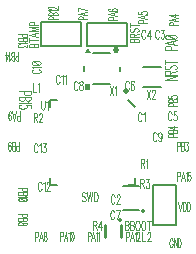
<source format=gto>
G04 DipTrace 2.4.0.2*
%INSTM32small.gto*%
%MOMM*%
%ADD10C,0.25*%
%ADD14C,0.114*%
%ADD18C,0.152*%
%ADD23O,0.308X0.357*%
%ADD38O,0.377X0.312*%
%ADD40O,0.507X0.436*%
%ADD50O,0.48X0.525*%
%ADD83C,0.118*%
%ADD85C,0.083*%
%FSLAX53Y53*%
G04*
G71*
G90*
G75*
G01*
%LNTopSilk*%
%LPD*%
X25529Y13487D2*
D18*
X23529D1*
Y16887D1*
X25529D1*
Y13487D1*
X21401Y30635D2*
X18001D1*
Y28635D1*
X21401D1*
Y30635D1*
X14067Y28644D2*
X17467D1*
Y30644D1*
X14067D1*
Y28644D1*
X22347Y14755D2*
X21047D1*
X22347Y16755D2*
X21047D1*
D23*
X22732Y14706D3*
X20870Y13452D2*
D10*
Y12452D1*
X19470Y13452D2*
Y12452D1*
D38*
X20792Y13923D3*
D40*
X21239Y24819D3*
X21467Y24113D2*
D18*
X22067Y23513D1*
Y17513D2*
Y16913D1*
X21467D1*
X14867Y17513D2*
Y16913D1*
X15467D1*
Y24113D2*
X14867D1*
Y23513D1*
D50*
X20427Y28316D3*
G36*
X18207Y24958D2*
X17772D1*
Y25388D1*
X18207D1*
Y24958D1*
G37*
G36*
X18312Y28088D2*
X18027Y28448D1*
X17766Y28088D1*
X17757D1*
D1*
X18312D1*
G37*
X19942Y25408D2*
D18*
X18452D1*
X17677Y26558D2*
Y26928D1*
X19952Y28058D2*
X18452D1*
X20752Y26908D2*
Y26558D1*
X24209Y25216D2*
X22674D1*
X24219Y26869D2*
X22674D1*
X21182Y13830D2*
D83*
Y13064D1*
X21379D1*
X21445Y13101D1*
X21466Y13137D1*
X21488Y13210D1*
Y13319D1*
X21466Y13392D1*
X21445Y13429D1*
X21379Y13465D1*
X21445Y13502D1*
X21466Y13538D1*
X21488Y13611D1*
Y13684D1*
X21466Y13756D1*
X21445Y13793D1*
X21379Y13830D1*
X21182D1*
Y13465D2*
X21379D1*
X21629Y13830D2*
Y13064D1*
X21826D1*
X21892Y13101D1*
X21914Y13137D1*
X21936Y13210D1*
Y13319D1*
X21914Y13392D1*
X21892Y13429D1*
X21826Y13465D1*
X21892Y13502D1*
X21914Y13538D1*
X21936Y13611D1*
Y13684D1*
X21914Y13756D1*
X21892Y13793D1*
X21826Y13830D1*
X21629D1*
Y13465D2*
X21826D1*
X22208Y13830D2*
X22164Y13793D1*
X22121Y13720D1*
X22098Y13648D1*
X22077Y13538D1*
Y13355D1*
X22098Y13247D1*
X22121Y13173D1*
X22164Y13101D1*
X22208Y13064D1*
X22296D1*
X22339Y13101D1*
X22383Y13173D1*
X22405Y13247D1*
X22426Y13355D1*
Y13538D1*
X22405Y13648D1*
X22383Y13720D1*
X22339Y13793D1*
X22296Y13830D1*
X22208D1*
X22699D2*
X22655Y13793D1*
X22612Y13720D1*
X22589Y13648D1*
X22568Y13538D1*
Y13355D1*
X22589Y13247D1*
X22612Y13173D1*
X22655Y13101D1*
X22699Y13064D1*
X22786D1*
X22830Y13101D1*
X22874Y13173D1*
X22896Y13247D1*
X22917Y13355D1*
Y13538D1*
X22896Y13648D1*
X22874Y13720D1*
X22830Y13793D1*
X22786Y13830D1*
X22699D1*
X23212D2*
Y13064D1*
X23059Y13830D2*
X23365D1*
X21590Y28950D2*
X22356D1*
Y29147D1*
X22319Y29213D1*
X22283Y29235D1*
X22210Y29256D1*
X22101D1*
X22027Y29235D1*
X21991Y29213D1*
X21955Y29147D1*
X21918Y29213D1*
X21882Y29235D1*
X21809Y29256D1*
X21736D1*
X21664Y29235D1*
X21627Y29213D1*
X21590Y29147D1*
Y28950D1*
X21955D2*
Y29147D1*
Y29398D2*
Y29594D1*
X21918Y29660D1*
X21882Y29682D1*
X21809Y29704D1*
X21736D1*
X21664Y29682D1*
X21627Y29660D1*
X21590Y29594D1*
Y29398D1*
X22356D1*
X21955Y29551D2*
X22356Y29704D1*
X21700Y30151D2*
X21627Y30108D1*
X21590Y30042D1*
Y29955D1*
X21627Y29889D1*
X21700Y29845D1*
X21772D1*
X21846Y29867D1*
X21882Y29889D1*
X21918Y29932D1*
X21991Y30064D1*
X22027Y30108D1*
X22065Y30130D1*
X22137Y30151D1*
X22246D1*
X22319Y30108D1*
X22356Y30042D1*
Y29955D1*
X22319Y29889D1*
X22246Y29845D1*
X21590Y30446D2*
X22356D1*
X21590Y30292D2*
Y30599D1*
X13079Y28529D2*
X13845D1*
Y28726D1*
X13808Y28792D1*
X13772Y28814D1*
X13699Y28835D1*
X13590D1*
X13517Y28814D1*
X13480Y28792D1*
X13444Y28726D1*
X13407Y28792D1*
X13371Y28814D1*
X13298Y28835D1*
X13225D1*
X13153Y28814D1*
X13116Y28792D1*
X13079Y28726D1*
Y28529D1*
X13444D2*
Y28726D1*
X13079Y29130D2*
X13845D1*
X13079Y28977D2*
Y29283D1*
X13845Y29774D2*
X13079Y29599D1*
X13845Y29424D1*
X13590Y29490D2*
Y29709D1*
X13845Y30265D2*
X13079D1*
X13845Y30090D1*
X13079Y29915D1*
X13845D1*
X13480Y30406D2*
Y30603D1*
X13444Y30669D1*
X13407Y30691D1*
X13335Y30713D1*
X13225D1*
X13153Y30691D1*
X13116Y30669D1*
X13079Y30603D1*
Y30406D1*
X13845D1*
X22606Y22859D2*
X22585Y22932D1*
X22541Y23005D1*
X22497Y23041D1*
X22410D1*
X22366Y23005D1*
X22322Y22932D1*
X22300Y22859D1*
X22278Y22750D1*
Y22567D1*
X22300Y22458D1*
X22322Y22385D1*
X22366Y22313D1*
X22410Y22275D1*
X22497D1*
X22541Y22313D1*
X22585Y22385D1*
X22606Y22458D1*
X22748Y22895D2*
X22792Y22932D1*
X22857Y23040D1*
Y22275D1*
X20310Y15894D2*
X20289Y15967D1*
X20245Y16040D1*
X20201Y16076D1*
X20114D1*
X20070Y16040D1*
X20026Y15967D1*
X20004Y15894D1*
X19982Y15785D1*
Y15602D1*
X20004Y15494D1*
X20026Y15420D1*
X20070Y15348D1*
X20114Y15311D1*
X20201D1*
X20245Y15348D1*
X20289Y15420D1*
X20310Y15494D1*
X20474Y15894D2*
Y15930D1*
X20495Y16003D1*
X20517Y16039D1*
X20561Y16076D1*
X20649D1*
X20692Y16039D1*
X20714Y16003D1*
X20736Y15930D1*
Y15857D1*
X20714Y15784D1*
X20670Y15675D1*
X20452Y15311D1*
X20758D1*
X24058Y29848D2*
X24037Y29920D1*
X23993Y29994D1*
X23949Y30030D1*
X23862D1*
X23818Y29994D1*
X23774Y29920D1*
X23752Y29848D1*
X23730Y29738D1*
Y29556D1*
X23752Y29447D1*
X23774Y29374D1*
X23818Y29301D1*
X23862Y29264D1*
X23949D1*
X23993Y29301D1*
X24037Y29374D1*
X24058Y29447D1*
X24243Y30029D2*
X24483D1*
X24353Y29738D1*
X24418D1*
X24462Y29701D1*
X24483Y29665D1*
X24506Y29556D1*
Y29483D1*
X24483Y29374D1*
X24440Y29300D1*
X24374Y29264D1*
X24309D1*
X24243Y29300D1*
X24222Y29338D1*
X24199Y29410D1*
X22911Y29840D2*
X22890Y29913D1*
X22846Y29986D1*
X22802Y30022D1*
X22715D1*
X22671Y29986D1*
X22627Y29913D1*
X22605Y29840D1*
X22583Y29731D1*
Y29548D1*
X22605Y29439D1*
X22627Y29366D1*
X22671Y29294D1*
X22715Y29257D1*
X22802D1*
X22846Y29294D1*
X22890Y29366D1*
X22911Y29439D1*
X23271Y29257D2*
Y30021D1*
X23053Y29512D1*
X23381D1*
X25138Y22925D2*
X25117Y22997D1*
X25073Y23071D1*
X25029Y23107D1*
X24942D1*
X24898Y23071D1*
X24854Y22997D1*
X24832Y22925D1*
X24810Y22816D1*
Y22633D1*
X24832Y22524D1*
X24854Y22451D1*
X24898Y22378D1*
X24942Y22341D1*
X25029D1*
X25073Y22378D1*
X25117Y22451D1*
X25138Y22524D1*
X25542Y23106D2*
X25323D1*
X25302Y22778D1*
X25323Y22815D1*
X25389Y22852D1*
X25454D1*
X25520Y22815D1*
X25564Y22742D1*
X25586Y22633D1*
Y22560D1*
X25564Y22451D1*
X25520Y22378D1*
X25454Y22341D1*
X25389D1*
X25323Y22378D1*
X25302Y22415D1*
X25279Y22487D1*
X21531Y25505D2*
X21510Y25577D1*
X21466Y25650D1*
X21422Y25687D1*
X21335D1*
X21291Y25650D1*
X21247Y25577D1*
X21225Y25505D1*
X21203Y25395D1*
Y25212D1*
X21225Y25104D1*
X21247Y25031D1*
X21291Y24958D1*
X21335Y24921D1*
X21422D1*
X21466Y24958D1*
X21510Y25031D1*
X21531Y25104D1*
X21935Y25577D2*
X21913Y25650D1*
X21847Y25686D1*
X21804D1*
X21738Y25650D1*
X21694Y25540D1*
X21672Y25358D1*
Y25176D1*
X21694Y25031D1*
X21738Y24957D1*
X21804Y24921D1*
X21826D1*
X21891Y24957D1*
X21935Y25031D1*
X21957Y25140D1*
Y25176D1*
X21935Y25286D1*
X21891Y25358D1*
X21826Y25394D1*
X21804D1*
X21738Y25358D1*
X21694Y25286D1*
X21672Y25176D1*
X20277Y14566D2*
X20255Y14639D1*
X20211Y14712D1*
X20168Y14748D1*
X20080D1*
X20037Y14712D1*
X19993Y14639D1*
X19971Y14566D1*
X19949Y14457D1*
Y14274D1*
X19971Y14165D1*
X19993Y14092D1*
X20037Y14020D1*
X20080Y13983D1*
X20168D1*
X20211Y14020D1*
X20255Y14092D1*
X20277Y14165D1*
X20506Y13983D2*
X20725Y14747D1*
X20418D1*
X17174Y25494D2*
X17152Y25566D1*
X17108Y25639D1*
X17064Y25676D1*
X16977D1*
X16933Y25639D1*
X16890Y25566D1*
X16867Y25494D1*
X16846Y25384D1*
Y25201D1*
X16867Y25093D1*
X16890Y25019D1*
X16933Y24947D1*
X16977Y24910D1*
X17064D1*
X17108Y24947D1*
X17152Y25019D1*
X17174Y25093D1*
X17424Y25675D2*
X17359Y25639D1*
X17337Y25566D1*
Y25493D1*
X17359Y25420D1*
X17402Y25383D1*
X17490Y25347D1*
X17555Y25311D1*
X17599Y25238D1*
X17621Y25165D1*
Y25056D1*
X17599Y24983D1*
X17577Y24946D1*
X17511Y24910D1*
X17424D1*
X17359Y24946D1*
X17337Y24983D1*
X17315Y25056D1*
Y25165D1*
X17337Y25238D1*
X17380Y25311D1*
X17446Y25347D1*
X17533Y25383D1*
X17577Y25420D1*
X17599Y25493D1*
Y25566D1*
X17577Y25639D1*
X17511Y25675D1*
X17424D1*
X23862Y21172D2*
X23841Y21244D1*
X23797Y21317D1*
X23753Y21354D1*
X23666D1*
X23622Y21317D1*
X23578Y21244D1*
X23556Y21172D1*
X23534Y21062D1*
Y20879D1*
X23556Y20771D1*
X23578Y20697D1*
X23622Y20625D1*
X23666Y20588D1*
X23753D1*
X23797Y20625D1*
X23841Y20697D1*
X23862Y20771D1*
X24288Y21098D2*
X24266Y20989D1*
X24222Y20916D1*
X24157Y20879D1*
X24135D1*
X24069Y20916D1*
X24026Y20989D1*
X24004Y21098D1*
Y21135D1*
X24026Y21244D1*
X24069Y21317D1*
X24135Y21353D1*
X24157D1*
X24222Y21317D1*
X24266Y21244D1*
X24288Y21098D1*
Y20916D1*
X24266Y20734D1*
X24222Y20624D1*
X24157Y20588D1*
X24113D1*
X24048Y20624D1*
X24026Y20697D1*
X13467Y26659D2*
X13394Y26638D1*
X13321Y26594D1*
X13285Y26550D1*
Y26463D1*
X13321Y26419D1*
X13394Y26375D1*
X13467Y26353D1*
X13576Y26331D1*
X13759D1*
X13868Y26353D1*
X13941Y26375D1*
X14013Y26419D1*
X14051Y26463D1*
Y26550D1*
X14013Y26594D1*
X13941Y26638D1*
X13868Y26659D1*
X13431Y26801D2*
X13394Y26845D1*
X13286Y26910D1*
X14051D1*
X13286Y27183D2*
X13322Y27117D1*
X13431Y27073D1*
X13613Y27051D1*
X13723D1*
X13905Y27073D1*
X14014Y27117D1*
X14051Y27183D1*
Y27226D1*
X14014Y27292D1*
X13905Y27335D1*
X13723Y27358D1*
X13613D1*
X13431Y27335D1*
X13322Y27292D1*
X13286Y27226D1*
Y27183D1*
X13431Y27335D2*
X13905Y27073D1*
X15654Y26042D2*
X15632Y26114D1*
X15588Y26187D1*
X15545Y26223D1*
X15457D1*
X15413Y26187D1*
X15370Y26114D1*
X15348Y26042D1*
X15326Y25932D1*
Y25749D1*
X15348Y25641D1*
X15370Y25567D1*
X15413Y25495D1*
X15457Y25458D1*
X15545D1*
X15588Y25495D1*
X15632Y25567D1*
X15654Y25641D1*
X15795Y26077D2*
X15839Y26114D1*
X15905Y26223D1*
Y25458D1*
X16046Y26077D2*
X16090Y26114D1*
X16155Y26223D1*
Y25458D1*
X14139Y16973D2*
X14117Y17045D1*
X14073Y17118D1*
X14030Y17154D1*
X13942D1*
X13898Y17118D1*
X13855Y17045D1*
X13833Y16973D1*
X13811Y16863D1*
Y16680D1*
X13833Y16572D1*
X13855Y16498D1*
X13898Y16426D1*
X13942Y16389D1*
X14030D1*
X14073Y16426D1*
X14117Y16498D1*
X14139Y16572D1*
X14280Y17008D2*
X14324Y17045D1*
X14390Y17154D1*
Y16389D1*
X14553Y16972D2*
Y17008D1*
X14575Y17081D1*
X14597Y17117D1*
X14641Y17154D1*
X14728D1*
X14772Y17117D1*
X14793Y17081D1*
X14816Y17008D1*
Y16935D1*
X14793Y16862D1*
X14750Y16754D1*
X14531Y16389D1*
X14837D1*
X13802Y20219D2*
X13780Y20291D1*
X13736Y20365D1*
X13692Y20401D1*
X13605D1*
X13561Y20365D1*
X13518Y20291D1*
X13495Y20219D1*
X13474Y20109D1*
Y19927D1*
X13495Y19818D1*
X13518Y19745D1*
X13561Y19672D1*
X13605Y19635D1*
X13692D1*
X13736Y19672D1*
X13780Y19745D1*
X13802Y19818D1*
X13943Y20254D2*
X13987Y20291D1*
X14052Y20400D1*
Y19635D1*
X14238Y20400D2*
X14478D1*
X14347Y20108D1*
X14412D1*
X14456Y20072D1*
X14478Y20036D1*
X14500Y19927D1*
Y19854D1*
X14478Y19745D1*
X14434Y19671D1*
X14368Y19635D1*
X14303D1*
X14238Y19671D1*
X14216Y19708D1*
X14194Y19781D1*
X13435Y25551D2*
Y24785D1*
X13697D1*
X13839Y25404D2*
X13883Y25441D1*
X13948Y25550D1*
Y24785D1*
X22655Y12905D2*
Y12140D1*
X22917D1*
X23080Y12723D2*
Y12759D1*
X23102Y12832D1*
X23124Y12868D1*
X23168Y12904D1*
X23255D1*
X23299Y12868D1*
X23320Y12832D1*
X23343Y12759D1*
Y12686D1*
X23320Y12613D1*
X23277Y12504D1*
X23058Y12140D1*
X23364D1*
X22528Y18715D2*
X22725D1*
X22790Y18752D1*
X22813Y18788D1*
X22834Y18861D1*
Y18934D1*
X22813Y19007D1*
X22790Y19044D1*
X22725Y19080D1*
X22528D1*
Y18314D1*
X22681Y18715D2*
X22834Y18314D1*
X22975Y18933D2*
X23019Y18970D1*
X23085Y19079D1*
Y18314D1*
X13450Y22599D2*
X13647D1*
X13713Y22636D1*
X13735Y22672D1*
X13757Y22745D1*
Y22818D1*
X13735Y22891D1*
X13713Y22928D1*
X13647Y22964D1*
X13450D1*
Y22198D1*
X13603Y22599D2*
X13757Y22198D1*
X13920Y22781D2*
Y22817D1*
X13942Y22891D1*
X13963Y22927D1*
X14007Y22963D1*
X14095D1*
X14138Y22927D1*
X14160Y22891D1*
X14182Y22817D1*
Y22745D1*
X14160Y22672D1*
X14117Y22563D1*
X13898Y22198D1*
X14204D1*
X22493Y17022D2*
X22690D1*
X22755Y17059D1*
X22778Y17095D1*
X22799Y17167D1*
Y17241D1*
X22778Y17313D1*
X22755Y17350D1*
X22690Y17386D1*
X22493D1*
Y16621D1*
X22646Y17022D2*
X22799Y16621D1*
X22984Y17385D2*
X23224D1*
X23094Y17094D1*
X23159D1*
X23203Y17058D1*
X23224Y17022D1*
X23247Y16912D1*
Y16840D1*
X23224Y16730D1*
X23181Y16657D1*
X23115Y16621D1*
X23050D1*
X22984Y16657D1*
X22963Y16694D1*
X22940Y16766D1*
X18485Y13481D2*
X18681D1*
X18747Y13518D1*
X18769Y13554D1*
X18791Y13627D1*
Y13700D1*
X18769Y13772D1*
X18747Y13810D1*
X18681Y13846D1*
X18485D1*
Y13080D1*
X18638Y13481D2*
X18791Y13080D1*
X19151D2*
Y13845D1*
X18932Y13335D1*
X19260D1*
X17849Y16167D2*
X17806Y16240D1*
X17740Y16276D1*
X17653D1*
X17587Y16240D1*
X17543Y16167D1*
Y16095D1*
X17565Y16021D1*
X17587Y15985D1*
X17631Y15949D1*
X17762Y15876D1*
X17806Y15839D1*
X17828Y15802D1*
X17849Y15730D1*
Y15620D1*
X17806Y15548D1*
X17740Y15511D1*
X17653D1*
X17587Y15548D1*
X17543Y15620D1*
X17991Y16276D2*
X18100Y15511D1*
X18209Y16276D1*
X18319Y15511D1*
X18428Y16276D1*
X18569D2*
Y15511D1*
X18723D1*
X18788Y15548D1*
X18832Y15620D1*
X18854Y15694D1*
X18876Y15802D1*
Y15985D1*
X18854Y16095D1*
X18832Y16167D1*
X18788Y16240D1*
X18723Y16276D1*
X18569D1*
X14082Y24025D2*
Y23478D1*
X14104Y23369D1*
X14148Y23296D1*
X14213Y23259D1*
X14257D1*
X14323Y23296D1*
X14367Y23369D1*
X14388Y23478D1*
Y24025D1*
X14529Y23878D2*
X14573Y23915D1*
X14639Y24024D1*
Y23259D1*
X19883Y25255D2*
X20190Y24489D1*
Y25255D2*
X19883Y24489D1*
X20331Y25108D2*
X20375Y25145D1*
X20441Y25254D1*
Y24489D1*
X23016Y24953D2*
X23322Y24188D1*
Y24953D2*
X23016Y24188D1*
X23486Y24771D2*
Y24807D1*
X23507Y24880D1*
X23529Y24916D1*
X23573Y24952D1*
X23660D1*
X23704Y24916D1*
X23726Y24880D1*
X23748Y24807D1*
Y24734D1*
X23726Y24661D1*
X23682Y24552D1*
X23463Y24188D1*
X23770D1*
X25711Y15436D2*
D85*
X25857Y14671D1*
X26003Y15436D1*
X26086D2*
Y14671D1*
X26214D1*
X26268Y14708D1*
X26305Y14780D1*
X26323Y14853D1*
X26341Y14962D1*
Y15145D1*
X26323Y15254D1*
X26305Y15327D1*
X26268Y15400D1*
X26214Y15436D1*
X26086D1*
X26425D2*
Y14671D1*
X26552D1*
X26607Y14708D1*
X26644Y14780D1*
X26662Y14853D1*
X26680Y14962D1*
Y15145D1*
X26662Y15254D1*
X26644Y15327D1*
X26607Y15400D1*
X26552Y15436D1*
X26425D1*
X25225Y12175D2*
X25207Y12247D1*
X25170Y12321D1*
X25134Y12357D1*
X25061D1*
X25024Y12321D1*
X24988Y12247D1*
X24970Y12175D1*
X24952Y12066D1*
Y11883D1*
X24970Y11774D1*
X24988Y11701D1*
X25024Y11628D1*
X25061Y11591D1*
X25134D1*
X25170Y11628D1*
X25207Y11701D1*
X25225Y11774D1*
Y11883D1*
X25134D1*
X25564Y12357D2*
Y11591D1*
X25308Y12357D1*
Y11591D1*
X25647Y12357D2*
Y11591D1*
X25774D1*
X25829Y11628D1*
X25866Y11701D1*
X25884Y11774D1*
X25902Y11883D1*
Y12066D1*
X25884Y12175D1*
X25866Y12247D1*
X25829Y12321D1*
X25774Y12357D1*
X25647D1*
X25601Y17601D2*
X25765D1*
X25820Y17637D1*
X25838Y17674D1*
X25856Y17747D1*
Y17856D1*
X25838Y17929D1*
X25820Y17966D1*
X25765Y18002D1*
X25601D1*
Y17236D1*
X26231D2*
X26085Y18002D1*
X25940Y17236D1*
X25994Y17492D2*
X26177D1*
X26315Y17856D2*
X26351Y17893D1*
X26406Y18001D1*
Y17236D1*
X26708Y18001D2*
X26526D1*
X26508Y17674D1*
X26526Y17710D1*
X26581Y17747D1*
X26635D1*
X26690Y17710D1*
X26727Y17637D1*
X26745Y17528D1*
Y17455D1*
X26727Y17346D1*
X26690Y17273D1*
X26635Y17236D1*
X26581D1*
X26526Y17273D1*
X26508Y17310D1*
X26490Y17382D1*
X25598Y20139D2*
X25762D1*
X25816Y20176D1*
X25835Y20213D1*
X25853Y20285D1*
Y20395D1*
X25835Y20467D1*
X25816Y20504D1*
X25762Y20540D1*
X25598D1*
Y19775D1*
X25936Y20540D2*
Y19775D1*
X26101D1*
X26155Y19812D1*
X26174Y19848D1*
X26192Y19920D1*
Y20030D1*
X26174Y20103D1*
X26155Y20139D1*
X26101Y20176D1*
X26155Y20213D1*
X26174Y20249D1*
X26192Y20321D1*
Y20395D1*
X26174Y20467D1*
X26155Y20504D1*
X26101Y20540D1*
X25936D1*
Y20176D2*
X26101D1*
X26312Y20540D2*
X26512D1*
X26403Y20248D1*
X26457D1*
X26494Y20212D1*
X26512Y20176D1*
X26530Y20066D1*
Y19994D1*
X26512Y19884D1*
X26475Y19811D1*
X26421Y19775D1*
X26366D1*
X26312Y19811D1*
X26294Y19848D1*
X26275Y19920D1*
X25255Y20956D2*
Y21120D1*
X25219Y21174D1*
X25182Y21193D1*
X25109Y21211D1*
X25000D1*
X24927Y21193D1*
X24890Y21174D1*
X24854Y21120D1*
Y20956D1*
X25620D1*
X24854Y21294D2*
X25620D1*
Y21459D1*
X25583Y21513D1*
X25547Y21532D1*
X25474Y21550D1*
X25365D1*
X25291Y21532D1*
X25255Y21513D1*
X25219Y21459D1*
X25182Y21513D1*
X25146Y21532D1*
X25073Y21550D1*
X25000D1*
X24927Y21532D1*
X24890Y21513D1*
X24854Y21459D1*
Y21294D1*
X25219D2*
Y21459D1*
X25620Y21815D2*
X24855D1*
X25365Y21633D1*
Y21906D1*
X25267Y23552D2*
Y23716D1*
X25231Y23770D1*
X25194Y23789D1*
X25121Y23807D1*
X25012D1*
X24939Y23789D1*
X24902Y23770D1*
X24866Y23716D1*
Y23552D1*
X25632D1*
X24866Y23890D2*
X25632D1*
Y24055D1*
X25595Y24109D1*
X25559Y24127D1*
X25486Y24146D1*
X25377D1*
X25303Y24127D1*
X25267Y24109D1*
X25231Y24055D1*
X25194Y24109D1*
X25158Y24127D1*
X25085Y24146D1*
X25012D1*
X24939Y24127D1*
X24902Y24109D1*
X24866Y24055D1*
Y23890D1*
X25231D2*
Y24055D1*
X24867Y24447D2*
Y24266D1*
X25195Y24247D1*
X25158Y24266D1*
X25121Y24320D1*
Y24375D1*
X25158Y24429D1*
X25231Y24466D1*
X25340Y24484D1*
X25413D1*
X25522Y24466D1*
X25596Y24429D1*
X25632Y24375D1*
Y24320D1*
X25596Y24266D1*
X25559Y24247D1*
X25486Y24229D1*
X24548Y26108D2*
D14*
X25569D1*
X24548Y25768D1*
X25569D1*
X25034Y26219D2*
Y26437D1*
X24985Y26510D1*
X24937Y26535D1*
X24840Y26559D1*
X24742D1*
X24646Y26535D1*
X24596Y26510D1*
X24548Y26437D1*
Y26219D1*
X25569D1*
X25034Y26389D2*
X25569Y26559D1*
X24694Y27011D2*
X24596Y26962D1*
X24548Y26889D1*
Y26792D1*
X24596Y26719D1*
X24694Y26670D1*
X24791D1*
X24888Y26695D1*
X24937Y26719D1*
X24985Y26768D1*
X25083Y26914D1*
X25131Y26962D1*
X25180Y26987D1*
X25277Y27011D1*
X25423D1*
X25520Y26962D1*
X25569Y26889D1*
Y26792D1*
X25520Y26719D1*
X25423Y26670D1*
X24548Y27292D2*
X25569D1*
X24548Y27122D2*
Y27462D1*
X25095Y28296D2*
Y28515D1*
X25046Y28587D1*
X24997Y28612D1*
X24900Y28636D1*
X24754D1*
X24658Y28612D1*
X24608Y28587D1*
X24560Y28515D1*
Y28296D1*
X25581D1*
Y29136D2*
X24560Y28941D1*
X25581Y28747D1*
X25241Y28820D2*
Y29063D1*
X24561Y29393D2*
X24610Y29320D1*
X24756Y29271D1*
X24998Y29247D1*
X25144D1*
X25387Y29271D1*
X25533Y29320D1*
X25581Y29393D1*
Y29442D1*
X25533Y29515D1*
X25387Y29563D1*
X25144Y29588D1*
X24998D1*
X24756Y29563D1*
X24610Y29515D1*
X24561Y29442D1*
Y29393D1*
X24756Y29563D2*
X25387Y29271D1*
X25289Y30385D2*
D85*
Y30550D1*
X25253Y30604D1*
X25216Y30623D1*
X25144Y30641D1*
X25034D1*
X24962Y30623D1*
X24925Y30604D1*
X24889Y30550D1*
Y30385D1*
X25654D1*
Y31016D2*
X24889Y30870D1*
X25654Y30724D1*
X25399Y30779D2*
Y30961D1*
X25654Y31282D2*
X24889D1*
X25399Y31099D1*
Y31373D1*
X22727Y30630D2*
Y30795D1*
X22691Y30849D1*
X22653Y30868D1*
X22581Y30886D1*
X22472D1*
X22399Y30868D1*
X22362Y30849D1*
X22326Y30795D1*
Y30630D1*
X23091D1*
Y31261D2*
X22326Y31115D1*
X23091Y30969D1*
X22836Y31024D2*
Y31206D1*
X22327Y31563D2*
Y31381D1*
X22654Y31363D1*
X22618Y31381D1*
X22581Y31436D1*
Y31490D1*
X22618Y31545D1*
X22691Y31581D1*
X22800Y31599D1*
X22872D1*
X22982Y31581D1*
X23055Y31545D1*
X23091Y31490D1*
Y31436D1*
X23055Y31381D1*
X23018Y31363D1*
X22946Y31344D1*
X20190Y30880D2*
Y31044D1*
X20153Y31098D1*
X20116Y31117D1*
X20044Y31135D1*
X19934D1*
X19862Y31117D1*
X19825Y31098D1*
X19789Y31044D1*
Y30880D1*
X20554D1*
Y31510D2*
X19789Y31364D1*
X20554Y31218D1*
X20299Y31273D2*
Y31455D1*
X19898Y31812D2*
X19826Y31794D1*
X19789Y31739D1*
Y31703D1*
X19826Y31648D1*
X19935Y31612D1*
X20117Y31593D1*
X20299D1*
X20445Y31612D1*
X20518Y31648D1*
X20554Y31703D1*
Y31721D1*
X20518Y31775D1*
X20445Y31812D1*
X20335Y31830D1*
X20299D1*
X20190Y31812D1*
X20117Y31775D1*
X20081Y31721D1*
Y31703D1*
X20117Y31648D1*
X20190Y31612D1*
X20299Y31593D1*
X17640Y30894D2*
Y31058D1*
X17603Y31113D1*
X17566Y31131D1*
X17494Y31149D1*
X17384D1*
X17312Y31131D1*
X17275Y31113D1*
X17239Y31058D1*
Y30894D1*
X18004D1*
Y31524D2*
X17239Y31378D1*
X18004Y31233D1*
X17749Y31287D2*
Y31470D1*
X18004Y31681D2*
X17240Y31863D1*
Y31608D1*
X15113Y30894D2*
Y31058D1*
X15077Y31113D1*
X15040Y31131D1*
X14967Y31149D1*
X14858D1*
X14786Y31131D1*
X14748Y31113D1*
X14712Y31058D1*
Y30894D1*
X15478D1*
X14712Y31233D2*
X15478D1*
Y31397D1*
X15441Y31452D1*
X15405Y31470D1*
X15332Y31488D1*
X15223D1*
X15149Y31470D1*
X15113Y31452D1*
X15077Y31397D1*
X15040Y31452D1*
X15004Y31470D1*
X14931Y31488D1*
X14858D1*
X14786Y31470D1*
X14748Y31452D1*
X14712Y31397D1*
Y31233D1*
X15077D2*
Y31397D1*
X14859Y31571D2*
X14822Y31608D1*
X14713Y31663D1*
X15478D1*
X14895Y31764D2*
X14859D1*
X14786Y31783D1*
X14749Y31801D1*
X14713Y31837D1*
Y31910D1*
X14749Y31946D1*
X14786Y31964D1*
X14859Y31983D1*
X14931D1*
X15005Y31964D1*
X15113Y31928D1*
X15478Y31746D1*
Y32001D1*
X12501Y29653D2*
Y29489D1*
X12537Y29435D1*
X12574Y29416D1*
X12647Y29398D1*
X12756D1*
X12829Y29416D1*
X12866Y29435D1*
X12902Y29489D1*
Y29653D1*
X12136D1*
X12902Y29315D2*
X12136D1*
Y29150D1*
X12174Y29096D1*
X12210Y29077D1*
X12282Y29059D1*
X12392D1*
X12465Y29077D1*
X12501Y29096D1*
X12537Y29150D1*
X12574Y29096D1*
X12611Y29077D1*
X12683Y29059D1*
X12756D1*
X12829Y29077D1*
X12866Y29096D1*
X12902Y29150D1*
Y29315D1*
X12537D2*
Y29150D1*
X12756Y28976D2*
X12793Y28939D1*
X12901Y28885D1*
X12136D1*
X12901Y28765D2*
Y28565D1*
X12610Y28674D1*
Y28619D1*
X12574Y28583D1*
X12537Y28565D1*
X12428Y28546D1*
X12355D1*
X12246Y28565D1*
X12173Y28601D1*
X12136Y28656D1*
Y28710D1*
X12173Y28765D1*
X12210Y28783D1*
X12282Y28801D1*
X12169Y27800D2*
X12005D1*
X11951Y27764D1*
X11932Y27727D1*
X11914Y27654D1*
Y27545D1*
X11932Y27472D1*
X11951Y27435D1*
X12005Y27399D1*
X12169D1*
Y28165D1*
X11831Y27399D2*
Y28165D1*
X11666D1*
X11612Y28127D1*
X11594Y28091D1*
X11575Y28019D1*
Y27909D1*
X11594Y27836D1*
X11612Y27800D1*
X11666Y27764D1*
X11612Y27727D1*
X11594Y27690D1*
X11575Y27618D1*
Y27545D1*
X11594Y27472D1*
X11612Y27435D1*
X11666Y27399D1*
X11831D1*
Y27764D2*
X11666D1*
X11492Y27545D2*
X11455Y27508D1*
X11401Y27400D1*
Y28165D1*
X11135D2*
Y27400D1*
X11317Y27909D1*
X11044D1*
X12260Y22740D2*
X12096D1*
X12042Y22703D1*
X12023Y22666D1*
X12005Y22594D1*
Y22484D1*
X12023Y22412D1*
X12042Y22375D1*
X12096Y22339D1*
X12260D1*
Y23104D1*
X11630D2*
X11776Y22339D1*
X11922Y23104D1*
X11867Y22849D2*
X11684D1*
X11309Y22594D2*
X11328Y22703D1*
X11364Y22777D1*
X11419Y22813D1*
X11437D1*
X11492Y22777D1*
X11528Y22703D1*
X11546Y22594D1*
Y22558D1*
X11528Y22448D1*
X11492Y22376D1*
X11437Y22340D1*
X11419D1*
X11364Y22376D1*
X11328Y22448D1*
X11309Y22594D1*
Y22777D1*
X11328Y22959D1*
X11364Y23068D1*
X11419Y23104D1*
X11455D1*
X11510Y23068D1*
X11528Y22995D1*
X12675Y24810D2*
D14*
Y24591D1*
X12723Y24519D1*
X12773Y24494D1*
X12869Y24470D1*
X13015D1*
X13112Y24494D1*
X13161Y24519D1*
X13210Y24591D1*
Y24810D1*
X12189D1*
X13210Y24359D2*
X12189D1*
Y24140D1*
X12238Y24067D1*
X12287Y24043D1*
X12383Y24019D1*
X12529D1*
X12627Y24043D1*
X12675Y24067D1*
X12723Y24140D1*
X12773Y24067D1*
X12821Y24043D1*
X12918Y24019D1*
X13015D1*
X13112Y24043D1*
X13161Y24067D1*
X13210Y24140D1*
Y24359D1*
X12723D2*
Y24140D1*
X13014Y23908D2*
X13064Y23859D1*
X13209Y23786D1*
X12189D1*
X13209Y23383D2*
Y23626D1*
X12772Y23650D1*
X12820Y23626D1*
X12869Y23553D1*
Y23480D1*
X12820Y23407D1*
X12723Y23358D1*
X12577Y23334D1*
X12481D1*
X12335Y23358D1*
X12237Y23407D1*
X12189Y23480D1*
Y23553D1*
X12237Y23626D1*
X12287Y23650D1*
X12383Y23675D1*
X12490Y16630D2*
D85*
Y16465D1*
X12526Y16411D1*
X12563Y16392D1*
X12636Y16374D1*
X12745D1*
X12818Y16392D1*
X12855Y16411D1*
X12891Y16465D1*
Y16630D1*
X12125D1*
X12891Y16291D2*
X12125D1*
Y16127D1*
X12162Y16072D1*
X12199Y16054D1*
X12271Y16036D1*
X12381D1*
X12454Y16054D1*
X12490Y16072D1*
X12526Y16127D1*
X12563Y16072D1*
X12600Y16054D1*
X12672Y16036D1*
X12745D1*
X12818Y16054D1*
X12855Y16072D1*
X12891Y16127D1*
Y16291D1*
X12526D2*
Y16127D1*
X12744Y15952D2*
X12782Y15916D1*
X12890Y15861D1*
X12125D1*
X12890Y15668D2*
X12854Y15723D1*
X12744Y15760D1*
X12563Y15778D1*
X12453D1*
X12271Y15760D1*
X12162Y15723D1*
X12125Y15668D1*
Y15632D1*
X12162Y15577D1*
X12271Y15541D1*
X12453Y15523D1*
X12563D1*
X12744Y15541D1*
X12854Y15577D1*
X12890Y15632D1*
Y15668D1*
X12744Y15541D2*
X12271Y15760D1*
X12477Y14389D2*
Y14225D1*
X12513Y14170D1*
X12550Y14152D1*
X12623Y14134D1*
X12732D1*
X12805Y14152D1*
X12842Y14170D1*
X12878Y14225D1*
Y14389D1*
X12112D1*
X12878Y14050D2*
X12112D1*
Y13886D1*
X12149Y13831D1*
X12186Y13813D1*
X12258Y13795D1*
X12368D1*
X12441Y13813D1*
X12477Y13831D1*
X12513Y13886D1*
X12550Y13831D1*
X12587Y13813D1*
X12659Y13795D1*
X12732D1*
X12805Y13813D1*
X12842Y13831D1*
X12878Y13886D1*
Y14050D1*
X12513D2*
Y13886D1*
X12877Y13621D2*
X12841Y13675D1*
X12768Y13694D1*
X12695D1*
X12623Y13675D1*
X12586Y13639D1*
X12549Y13566D1*
X12513Y13511D1*
X12440Y13475D1*
X12368Y13457D1*
X12258D1*
X12186Y13475D1*
X12149Y13493D1*
X12112Y13548D1*
Y13621D1*
X12149Y13675D1*
X12186Y13694D1*
X12258Y13712D1*
X12368D1*
X12440Y13694D1*
X12513Y13657D1*
X12549Y13603D1*
X12586Y13530D1*
X12623Y13493D1*
X12695Y13475D1*
X12768D1*
X12841Y13493D1*
X12877Y13548D1*
Y13621D1*
X13583Y12510D2*
X13747D1*
X13801Y12547D1*
X13820Y12584D1*
X13838Y12656D1*
Y12766D1*
X13820Y12838D1*
X13801Y12875D1*
X13747Y12911D1*
X13583D1*
Y12146D1*
X14213D2*
X14067Y12911D1*
X13921Y12146D1*
X13976Y12401D2*
X14158D1*
X14387Y12911D2*
X14333Y12874D1*
X14315Y12802D1*
Y12729D1*
X14333Y12656D1*
X14369Y12619D1*
X14442Y12583D1*
X14497Y12547D1*
X14533Y12473D1*
X14551Y12401D1*
Y12291D1*
X14533Y12219D1*
X14515Y12182D1*
X14460Y12146D1*
X14387D1*
X14333Y12182D1*
X14315Y12219D1*
X14296Y12291D1*
Y12401D1*
X14315Y12473D1*
X14351Y12547D1*
X14405Y12583D1*
X14478Y12619D1*
X14515Y12656D1*
X14533Y12729D1*
Y12802D1*
X14515Y12874D1*
X14460Y12911D1*
X14387D1*
X15688Y12528D2*
X15852D1*
X15906Y12564D1*
X15925Y12601D1*
X15943Y12673D1*
Y12783D1*
X15925Y12855D1*
X15906Y12892D1*
X15852Y12928D1*
X15688D1*
Y12163D1*
X16318D2*
X16172Y12928D1*
X16026Y12163D1*
X16081Y12418D2*
X16263D1*
X16401Y12782D2*
X16438Y12819D1*
X16493Y12928D1*
Y12163D1*
X16686Y12928D2*
X16631Y12891D1*
X16594Y12782D1*
X16576Y12600D1*
Y12490D1*
X16594Y12309D1*
X16631Y12199D1*
X16686Y12163D1*
X16722D1*
X16776Y12199D1*
X16813Y12309D1*
X16831Y12490D1*
Y12600D1*
X16813Y12782D1*
X16776Y12891D1*
X16722Y12928D1*
X16686D1*
X16813Y12782D2*
X16594Y12309D1*
X18016Y12522D2*
X18180D1*
X18234Y12558D1*
X18253Y12596D1*
X18271Y12668D1*
Y12777D1*
X18253Y12850D1*
X18234Y12887D1*
X18180Y12923D1*
X18016D1*
Y12158D1*
X18646D2*
X18500Y12923D1*
X18354Y12158D1*
X18409Y12413D2*
X18591D1*
X18729Y12777D2*
X18766Y12814D1*
X18821Y12922D1*
Y12158D1*
X18904Y12777D2*
X18941Y12814D1*
X18996Y12922D1*
Y12158D1*
X21282Y12495D2*
X21446D1*
X21501Y12531D1*
X21519Y12568D1*
X21537Y12640D1*
Y12750D1*
X21519Y12822D1*
X21501Y12859D1*
X21446Y12896D1*
X21282D1*
Y12130D1*
X21912D2*
X21766Y12896D1*
X21621Y12130D1*
X21675Y12385D2*
X21858D1*
X21996Y12749D2*
X22032Y12786D1*
X22087Y12895D1*
Y12130D1*
X22189Y12713D2*
Y12749D1*
X22207Y12822D1*
X22225Y12859D1*
X22262Y12895D1*
X22335D1*
X22371Y12859D1*
X22389Y12822D1*
X22408Y12749D1*
Y12677D1*
X22389Y12603D1*
X22353Y12495D1*
X22171Y12130D1*
X22426D1*
X12209Y20183D2*
X12045D1*
X11990Y20147D1*
X11972Y20110D1*
X11954Y20038D1*
Y19928D1*
X11972Y19856D1*
X11990Y19819D1*
X12045Y19783D1*
X12209D1*
Y20548D1*
X11870Y19783D2*
Y20548D1*
X11706D1*
X11651Y20511D1*
X11633Y20475D1*
X11615Y20402D1*
Y20293D1*
X11633Y20220D1*
X11651Y20183D1*
X11706Y20147D1*
X11651Y20110D1*
X11633Y20074D1*
X11615Y20002D1*
Y19928D1*
X11633Y19856D1*
X11651Y19819D1*
X11706Y19783D1*
X11870D1*
Y20147D2*
X11706D1*
X11295Y20038D2*
X11313Y20147D1*
X11349Y20221D1*
X11404Y20257D1*
X11422D1*
X11477Y20221D1*
X11513Y20147D1*
X11532Y20038D1*
Y20002D1*
X11513Y19892D1*
X11477Y19820D1*
X11422Y19783D1*
X11404D1*
X11349Y19820D1*
X11313Y19892D1*
X11295Y20038D1*
Y20221D1*
X11313Y20402D1*
X11349Y20512D1*
X11404Y20548D1*
X11440D1*
X11495Y20512D1*
X11513Y20439D1*
M02*

</source>
